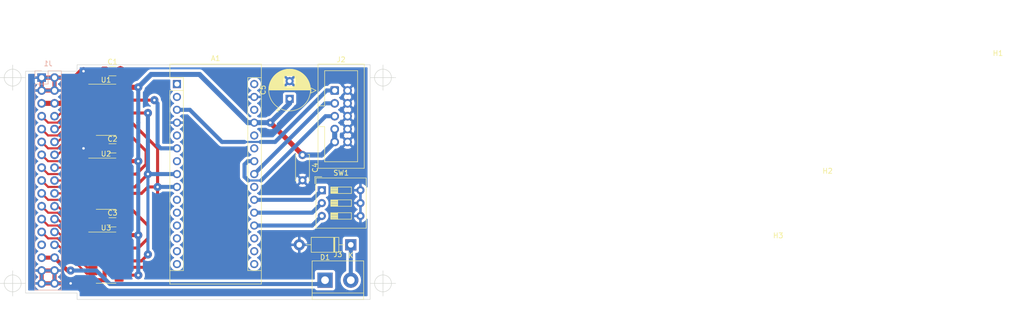
<source format=kicad_pcb>
(kicad_pcb (version 20211014) (generator pcbnew)
  (layers (0 "F.Cu" signal) (31 "B.Cu" signal) (34 "B.Paste" user) (35 "F.Paste" user) (36 "B.SilkS" user "B.Silkscreen") (37 "F.SilkS" user "F.Silkscreen") (38 "B.Mask" user) (39 "F.Mask" user) (44 "Edge.Cuts" user))
  (net 0 "")
  (net 5 "RESET")
  (net 6 "CFG-0")
  (net 7 "GND")
  (net 8 "CFG-1")
  (net 9 "ENABLE-X-1")
  (net 10 "CFG-2")
  (net 11 "ENABLE-X-2")
  (net 13 "ENABLE-X-3")
  (net 14 "SDA")
  (net 15 "ENABLE-X-4")
  (net 16 "SCL")
  (net 17 "ENABLE-X-5")
  (net 19 "ENABLE-X-6")
  (net 21 "ENABLE-X-7")
  (net 22 "Vin")
  (net 23 "ENABLE-X-8")
  (net 27 "A0-X")
  (net 28 "A1-X")
  (net 29 "A2-X")
  (net 30 "B0-X")
  (net 31 "B1-X")
  (net 32 "A0-Y")
  (net 33 "A1-Y")
  (net 34 "A2-Y")
  (net 35 "B0-Y")
  (net 36 "B1-Y")
  (net 38 "Net-(J1-Pad29)")
  (net 39 "DATA-X")
  (net 40 "ENABLE-Y-SET")
  (net 41 "ENABLE-Y-RESET")
  (net 42 "Net-(U1-Pad9)")
  (net 49 "Net-(U2-Pad9)")
  (net 52 "Net-(A1-Pad6)")
  (net 53 "Net-(A1-Pad8)")
  (net 54 "Net-(A1-Pad9)")
  (net 58 "Net-(D1-Pad1)")
  (footprint "Connector_IDC:IDC-Header_2x05_P2.54mm_Vertical" (layer "F.Cu") (at 108.585 68.58)
    (fp_text reference "J2" (at 1.27 -6.1) (layer "F.SilkS"))
    (fp_text value "I2C bus")
    (pad "1" thru_hole roundrect locked (at 0 0) (size 1.7 1.7) (drill 1) (layers *.Cu *.Mask) (roundrect_rratio 0.147059) (net 5 "RESET"))
    (pad "2" thru_hole circle locked (at 2.54 0) (size 1.7 1.7) (drill 1) (layers *.Cu *.Mask) (net 7 "GND"))
    (pad "3" thru_hole circle locked (at 0 2.54) (size 1.7 1.7) (drill 1) (layers *.Cu *.Mask) (net 14 "SDA"))
    (pad "4" thru_hole circle locked (at 2.54 2.54) (size 1.7 1.7) (drill 1) (layers *.Cu *.Mask) (net 7 "GND"))
    (pad "5" thru_hole circle locked (at 0 5.08) (size 1.7 1.7) (drill 1) (layers *.Cu *.Mask) (net 16 "SCL"))
    (pad "6" thru_hole circle locked (at 2.54 5.08) (size 1.7 1.7) (drill 1) (layers *.Cu *.Mask) (net 7 "GND"))
    (pad "7" thru_hole circle locked (at 0 7.62) (size 1.7 1.7) (drill 1) (layers *.Cu *.Mask) (net 22 "Vin"))
    (pad "8" thru_hole circle locked (at 2.54 7.62) (size 1.7 1.7) (drill 1) (layers *.Cu *.Mask) (net 7 "GND"))
    (pad "9" thru_hole circle locked (at 0 10.16) (size 1.7 1.7) (drill 1) (layers *.Cu *.Mask) (net 22 "Vin"))
    (pad "10" thru_hole circle locked (at 2.54 10.16) (size 1.7 1.7) (drill 1) (layers *.Cu *.Mask) (net 7 "GND"))
  )
  (footprint "Package_SO:SO-16_3.9x9.9mm_P1.27mm" (layer "F.Cu") (at 63.5 101.6)
    (fp_text reference "U3" (at 0 -5.9) (layer "F.SilkS"))
    (fp_text value "74HC595D")
    (pad "1" smd roundrect locked (at -2.575 -4.445) (size 1.75 0.6) (layers "F.Cu" "F.Paste" "F.Mask") (net 17 "ENABLE-X-5"))
    (pad "2" smd roundrect locked (at -2.575 -3.175) (size 1.75 0.6) (layers "F.Cu" "F.Paste" "F.Mask") (net 34 "A2-Y"))
    (pad "3" smd roundrect locked (at -2.575 -1.905) (size 1.75 0.6) (layers "F.Cu" "F.Paste" "F.Mask") (net 19 "ENABLE-X-6"))
    (pad "4" smd roundrect locked (at -2.575 -0.635) (size 1.75 0.6) (layers "F.Cu" "F.Paste" "F.Mask") (net 35 "B0-Y"))
    (pad "5" smd roundrect locked (at -2.575 0.635) (size 1.75 0.6) (layers "F.Cu" "F.Paste" "F.Mask") (net 21 "ENABLE-X-7"))
    (pad "6" smd roundrect locked (at -2.575 1.905) (size 1.75 0.6) (layers "F.Cu" "F.Paste" "F.Mask") (net 36 "B1-Y"))
    (pad "7" smd roundrect locked (at -2.575 3.175) (size 1.75 0.6) (layers "F.Cu" "F.Paste" "F.Mask") (net 23 "ENABLE-X-8"))
    (pad "8" smd roundrect locked (at -2.575 4.445) (size 1.75 0.6) (layers "F.Cu" "F.Paste" "F.Mask") (net 7 "GND"))
    (pad "9" smd roundrect locked (at 2.575 4.445) (size 1.75 0.6) (layers "F.Cu" "F.Paste" "F.Mask"))
    (pad "10" smd roundrect locked (at 2.575 3.175) (size 1.75 0.6) (layers "F.Cu" "F.Paste" "F.Mask") (net 22 "Vin"))
    (pad "11" smd roundrect locked (at 2.575 1.905) (size 1.75 0.6) (layers "F.Cu" "F.Paste" "F.Mask") (net 54 "Net-(A1-Pad9)"))
    (pad "12" smd roundrect locked (at 2.575 0.635) (size 1.75 0.6) (layers "F.Cu" "F.Paste" "F.Mask") (net 53 "Net-(A1-Pad8)"))
    (pad "13" smd roundrect locked (at 2.575 -0.635) (size 1.75 0.6) (layers "F.Cu" "F.Paste" "F.Mask") (net 7 "GND"))
    (pad "14" smd roundrect locked (at 2.575 -1.905) (size 1.75 0.6) (layers "F.Cu" "F.Paste" "F.Mask") (net 49 "Net-(U2-Pad9)"))
    (pad "15" smd roundrect locked (at 2.575 -3.175) (size 1.75 0.6) (layers "F.Cu" "F.Paste" "F.Mask"))
    (pad "16" smd roundrect locked (at 2.575 -4.445) (size 1.75 0.6) (layers "F.Cu" "F.Paste" "F.Mask") (net 22 "Vin"))
  )
  (footprint "MountingHole:MountingHole_3.2mm_M3" (layer "F.Cu") (at 239.37 65.43)
    (fp_text reference "H1" (at 0 -4.2) (layer "F.SilkS"))
    (fp_text value "MountingHole")
    (pad "" np_thru_hole circle locked (at 0 0) (size 3.2 3.2) (drill 3.2) (layers *.Cu *.Mask))
  )
  (footprint "MountingHole:MountingHole_3.2mm_M3" (layer "F.Cu") (at 196.04 101.44)
    (fp_text reference "H3" (at 0 -4.2) (layer "F.SilkS"))
    (fp_text value "MountingHole")
    (pad "" np_thru_hole circle locked (at 0 0) (size 3.2 3.2) (drill 3.2) (layers *.Cu *.Mask))
  )
  (footprint "Capacitor_SMD:C_1206_3216Metric_Pad1.33x1.80mm_HandSolder" (layer "F.Cu") (at 64.77 64.77)
    (fp_text reference "C1" (at 0 -1.85) (layer "F.SilkS"))
    (fp_text value "100n")
    (pad "1" smd roundrect locked (at -1.5625 0) (size 1.325 1.8) (layers "F.Cu" "F.Paste" "F.Mask") (roundrect_rratio 0.188679) (net 7 "GND"))
    (pad "2" smd roundrect locked (at 1.5625 0) (size 1.325 1.8) (layers "F.Cu" "F.Paste" "F.Mask") (roundrect_rratio 0.188679) (net 22 "Vin"))
  )
  (footprint "TerminalBlock:TerminalBlock_bornier-2_P5.08mm" (layer "F.Cu") (at 106.68 106.045)
    (fp_text reference "J3" (at 2.54 -5.08) (layer "F.SilkS"))
    (fp_text value "Power 24V")
    (pad "1" thru_hole rect locked (at 0 0) (size 3 3) (drill 1.52) (layers *.Cu *.Mask) (net 38 "Net-(J1-Pad29)"))
    (pad "2" thru_hole circle locked (at 5.08 0) (size 3 3) (drill 1.52) (layers *.Cu *.Mask) (net 58 "Net-(D1-Pad1)"))
  )
  (footprint "MountingHole:MountingHole_3.2mm_M3" (layer "F.Cu") (at 205.78 88.68)
    (fp_text reference "H2" (at 0 -4.2) (layer "F.SilkS"))
    (fp_text value "MountingHole")
    (pad "" np_thru_hole circle locked (at 0 0) (size 3.2 3.2) (drill 3.2) (layers *.Cu *.Mask))
  )
  (footprint "Capacitor_THT:C_Disc_D5.0mm_W2.5mm_P5.00mm" (layer "F.Cu") (at 102.235 81.32 -90)
    (fp_text reference "C4" (at 2.5 -2.5 90) (layer "F.SilkS"))
    (fp_text value "100n")
    (pad "1" thru_hole circle locked (at 0 0 270) (size 1.6 1.6) (drill 0.8) (layers *.Cu *.Mask) (net 22 "Vin"))
    (pad "2" thru_hole circle locked (at 5 0 270) (size 1.6 1.6) (drill 0.8) (layers *.Cu *.Mask) (net 7 "GND"))
  )
  (footprint "Capacitor_SMD:C_1206_3216Metric_Pad1.33x1.80mm_HandSolder" (layer "F.Cu") (at 64.77 80.01)
    (fp_text reference "C2" (at 0 -1.85) (layer "F.SilkS"))
    (fp_text value "100n")
    (pad "1" smd roundrect locked (at -1.5625 0) (size 1.325 1.8) (layers "F.Cu" "F.Paste" "F.Mask") (roundrect_rratio 0.188679) (net 7 "GND"))
    (pad "2" smd roundrect locked (at 1.5625 0) (size 1.325 1.8) (layers "F.Cu" "F.Paste" "F.Mask") (roundrect_rratio 0.188679) (net 22 "Vin"))
  )
  (footprint "Package_SO:SO-16_3.9x9.9mm_P1.27mm" (layer "F.Cu") (at 63.5 86.995)
    (fp_text reference "U2" (at 0 -5.9) (layer "F.SilkS"))
    (fp_text value "74HC595D")
    (pad "1" smd roundrect locked (at -2.575 -4.445) (size 1.75 0.6) (layers "F.Cu" "F.Paste" "F.Mask") (net 30 "B0-X"))
    (pad "2" smd roundrect locked (at -2.575 -3.175) (size 1.75 0.6) (layers "F.Cu" "F.Paste" "F.Mask") (net 11 "ENABLE-X-2"))
    (pad "3" smd roundrect locked (at -2.575 -1.905) (size 1.75 0.6) (layers "F.Cu" "F.Paste" "F.Mask") (net 31 "B1-X"))
    (pad "4" smd roundrect locked (at -2.575 -0.635) (size 1.75 0.6) (layers "F.Cu" "F.Paste" "F.Mask") (net 13 "ENABLE-X-3"))
    (pad "5" smd roundrect locked (at -2.575 0.635) (size 1.75 0.6) (layers "F.Cu" "F.Paste" "F.Mask") (net 32 "A0-Y"))
    (pad "6" smd roundrect locked (at -2.575 1.905) (size 1.75 0.6) (layers "F.Cu" "F.Paste" "F.Mask") (net 15 "ENABLE-X-4"))
    (pad "7" smd roundrect locked (at -2.575 3.175) (size 1.75 0.6) (layers "F.Cu" "F.Paste" "F.Mask") (net 33 "A1-Y"))
    (pad "8" smd roundrect locked (at -2.575 4.445) (size 1.75 0.6) (layers "F.Cu" "F.Paste" "F.Mask") (net 7 "GND"))
    (pad "9" smd roundrect locked (at 2.575 4.445) (size 1.75 0.6) (layers "F.Cu" "F.Paste" "F.Mask") (net 49 "Net-(U2-Pad9)"))
    (pad "10" smd roundrect locked (at 2.575 3.175) (size 1.75 0.6) (layers "F.Cu" "F.Paste" "F.Mask") (net 22 "Vin"))
    (pad "11" smd roundrect locked (at 2.575 1.905) (size 1.75 0.6) (layers "F.Cu" "F.Paste" "F.Mask") (net 54 "Net-(A1-Pad9)"))
    (pad "12" smd roundrect locked (at 2.575 0.635) (size 1.75 0.6) (layers "F.Cu" "F.Paste" "F.Mask") (net 53 "Net-(A1-Pad8)"))
    (pad "13" smd roundrect locked (at 2.575 -0.635) (size 1.75 0.6) (layers "F.Cu" "F.Paste" "F.Mask") (net 7 "GND"))
    (pad "14" smd roundrect locked (at 2.575 -1.905) (size 1.75 0.6) (layers "F.Cu" "F.Paste" "F.Mask") (net 42 "Net-(U1-Pad9)"))
    (pad "15" smd roundrect locked (at 2.575 -3.175) (size 1.75 0.6) (layers "F.Cu" "F.Paste" "F.Mask"))
    (pad "16" smd roundrect locked (at 2.575 -4.445) (size 1.75 0.6) (layers "F.Cu" "F.Paste" "F.Mask") (net 22 "Vin"))
  )
  (footprint "Capacitor_THT:CP_Radial_D8.0mm_P3.50mm" (layer "F.Cu") (at 99.695 70.232651 90)
    (fp_text reference "C5" (at 1.75 -5.25 90) (layer "F.SilkS"))
    (fp_text value "100uF")
    (pad "1" thru_hole rect locked (at 0 0 90) (size 1.6 1.6) (drill 0.8) (layers *.Cu *.Mask) (net 22 "Vin"))
    (pad "2" thru_hole circle locked (at 3.5 0 90) (size 1.6 1.6) (drill 0.8) (layers *.Cu *.Mask) (net 7 "GND"))
  )
  (footprint "Package_SO:SO-16_3.9x9.9mm_P1.27mm" (layer "F.Cu") (at 63.5 72.39)
    (fp_text reference "U1" (at 0 -5.9) (layer "F.SilkS"))
    (fp_text value "74HC595D")
    (pad "1" smd roundrect locked (at -2.575 -4.445) (size 1.75 0.6) (layers "F.Cu" "F.Paste" "F.Mask") (net 39 "DATA-X"))
    (pad "2" smd roundrect locked (at -2.575 -3.175) (size 1.75 0.6) (layers "F.Cu" "F.Paste" "F.Mask") (net 27 "A0-X"))
    (pad "3" smd roundrect locked (at -2.575 -1.905) (size 1.75 0.6) (layers "F.Cu" "F.Paste" "F.Mask") (net 40 "ENABLE-Y-SET"))
    (pad "4" smd roundrect locked (at -2.575 -0.635) (size 1.75 0.6) (layers "F.Cu" "F.Paste" "F.Mask") (net 28 "A1-X"))
    (pad "5" smd roundrect locked (at -2.575 0.635) (size 1.75 0.6) (layers "F.Cu" "F.Paste" "F.Mask") (net 41 "ENABLE-Y-RESET"))
    (pad "6" smd roundrect locked (at -2.575 1.905) (size 1.75 0.6) (layers "F.Cu" "F.Paste" "F.Mask") (net 29 "A2-X"))
    (pad "7" smd roundrect locked (at -2.575 3.175) (size 1.75 0.6) (layers "F.Cu" "F.Paste" "F.Mask") (net 9 "ENABLE-X-1"))
    (pad "8" smd roundrect locked (at -2.575 4.445) (size 1.75 0.6) (layers "F.Cu" "F.Paste" "F.Mask") (net 7 "GND"))
    (pad "9" smd roundrect locked (at 2.575 4.445) (size 1.75 0.6) (layers "F.Cu" "F.Paste" "F.Mask") (net 42 "Net-(U1-Pad9)"))
    (pad "10" smd roundrect locked (at 2.575 3.175) (size 1.75 0.6) (layers "F.Cu" "F.Paste" "F.Mask") (net 22 "Vin"))
    (pad "11" smd roundrect locked (at 2.575 1.905) (size 1.75 0.6) (layers "F.Cu" "F.Paste" "F.Mask") (net 54 "Net-(A1-Pad9)"))
    (pad "12" smd roundrect locked (at 2.575 0.635) (size 1.75 0.6) (layers "F.Cu" "F.Paste" "F.Mask") (net 53 "Net-(A1-Pad8)"))
    (pad "13" smd roundrect locked (at 2.575 -0.635) (size 1.75 0.6) (layers "F.Cu" "F.Paste" "F.Mask") (net 7 "GND"))
    (pad "14" smd roundrect locked (at 2.575 -1.905) (size 1.75 0.6) (layers "F.Cu" "F.Paste" "F.Mask") (net 52 "Net-(A1-Pad6)"))
    (pad "15" smd roundrect locked (at 2.575 -3.175) (size 1.75 0.6) (layers "F.Cu" "F.Paste" "F.Mask"))
    (pad "16" smd roundrect locked (at 2.575 -4.445) (size 1.75 0.6) (layers "F.Cu" "F.Paste" "F.Mask") (net 22 "Vin"))
  )
  (footprint "Capacitor_SMD:C_1206_3216Metric_Pad1.33x1.80mm_HandSolder" (layer "F.Cu") (at 64.77 94.615)
    (fp_text reference "C3" (at 0 -1.85) (layer "F.SilkS"))
    (fp_text value "100n")
    (pad "1" smd roundrect locked (at -1.5625 0) (size 1.325 1.8) (layers "F.Cu" "F.Paste" "F.Mask") (roundrect_rratio 0.188679) (net 7 "GND"))
    (pad "2" smd roundrect locked (at 1.5625 0) (size 1.325 1.8) (layers "F.Cu" "F.Paste" "F.Mask") (roundrect_rratio 0.188679) (net 22 "Vin"))
  )
  (footprint "Button_Switch_THT:SW_DIP_SPSTx03_Slide_9.78x9.8mm_W7.62mm_P2.54mm" (layer "F.Cu") (at 106.045 88.28)
    (fp_text reference "SW1" (at 3.81 -3.42) (layer "F.SilkS"))
    (fp_text value "SW_DIP_x03")
    (pad "1" thru_hole rect locked (at 0 0) (size 1.6 1.6) (drill 0.8) (layers *.Cu *.Mask) (net 10 "CFG-2"))
    (pad "2" thru_hole oval locked (at 0 2.54) (size 1.6 1.6) (drill 0.8) (layers *.Cu *.Mask) (net 8 "CFG-1"))
    (pad "3" thru_hole oval locked (at 0 5.08) (size 1.6 1.6) (drill 0.8) (layers *.Cu *.Mask) (net 6 "CFG-0"))
    (pad "4" thru_hole oval locked (at 7.62 5.08) (size 1.6 1.6) (drill 0.8) (layers *.Cu *.Mask) (net 7 "GND"))
    (pad "5" thru_hole oval locked (at 7.62 2.54) (size 1.6 1.6) (drill 0.8) (layers *.Cu *.Mask) (net 7 "GND"))
    (pad "6" thru_hole oval locked (at 7.62 0) (size 1.6 1.6) (drill 0.8) (layers *.Cu *.Mask) (net 7 "GND"))
  )
  (footprint "Diode_THT:D_DO-41_SOD81_P10.16mm_Horizontal" (layer "F.Cu") (at 111.76 99.06 180)
    (fp_text reference "D1" (at 5.08 -2.47) (layer "F.SilkS"))
    (fp_text value "1N5819")
    (fp_text user "K" (at 0 -2.1) (layer "F.SilkS"))
    (pad "1" thru_hole rect locked (at 0 0 180) (size 2.2 2.2) (drill 1.1) (layers *.Cu *.Mask) (net 58 "Net-(D1-Pad1)"))
    (pad "2" thru_hole oval locked (at 10.16 0 180) (size 2.2 2.2) (drill 1.1) (layers *.Cu *.Mask) (net 7 "GND"))
  )
  (footprint "Module:Arduino_Nano" (layer "F.Cu") (at 77.48 67.31)
    (fp_text reference "A1" (at 7.62 -5.08) (layer "F.SilkS"))
    (fp_text value "Arduino_Nano_v3.x")
    (pad "1" thru_hole rect locked (at 0 0) (size 1.6 1.6) (drill 1) (layers *.Cu *.Mask))
    (pad "2" thru_hole oval locked (at 0 2.54) (size 1.6 1.6) (drill 1) (layers *.Cu *.Mask))
    (pad "3" thru_hole oval locked (at 0 5.08) (size 1.6 1.6) (drill 1) (layers *.Cu *.Mask) (net 5 "RESET"))
    (pad "4" thru_hole oval locked (at 0 7.62) (size 1.6 1.6) (drill 1) (layers *.Cu *.Mask) (net 7 "GND"))
    (pad "5" thru_hole oval locked (at 0 10.16) (size 1.6 1.6) (drill 1) (layers *.Cu *.Mask))
    (pad "6" thru_hole oval locked (at 0 12.7) (size 1.6 1.6) (drill 1) (layers *.Cu *.Mask) (net 52 "Net-(A1-Pad6)"))
    (pad "7" thru_hole oval locked (at 0 15.24) (size 1.6 1.6) (drill 1) (layers *.Cu *.Mask))
    (pad "8" thru_hole oval locked (at 0 17.78) (size 1.6 1.6) (drill 1) (layers *.Cu *.Mask) (net 53 "Net-(A1-Pad8)"))
    (pad "9" thru_hole oval locked (at 0 20.32) (size 1.6 1.6) (drill 1) (layers *.Cu *.Mask) (net 54 "Net-(A1-Pad9)"))
    (pad "10" thru_hole oval locked (at 0 22.86) (size 1.6 1.6) (drill 1) (layers *.Cu *.Mask))
    (pad "11" thru_hole oval locked (at 0 25.4) (size 1.6 1.6) (drill 1) (layers *.Cu *.Mask))
    (pad "12" thru_hole oval locked (at 0 27.94) (size 1.6 1.6) (drill 1) (layers *.Cu *.Mask))
    (pad "13" thru_hole oval locked (at 0 30.48) (size 1.6 1.6) (drill 1) (layers *.Cu *.Mask))
    (pad "14" thru_hole oval locked (at 0 33.02) (size 1.6 1.6) (drill 1) (layers *.Cu *.Mask))
    (pad "15" thru_hole oval locked (at 0 35.56) (size 1.6 1.6) (drill 1) (layers *.Cu *.Mask))
    (pad "16" thru_hole oval locked (at 15.24 35.56) (size 1.6 1.6) (drill 1) (layers *.Cu *.Mask))
    (pad "17" thru_hole oval locked (at 15.24 33.02) (size 1.6 1.6) (drill 1) (layers *.Cu *.Mask))
    (pad "18" thru_hole oval locked (at 15.24 30.48) (size 1.6 1.6) (drill 1) (layers *.Cu *.Mask))
    (pad "19" thru_hole oval locked (at 15.24 27.94) (size 1.6 1.6) (drill 1) (layers *.Cu *.Mask) (net 6 "CFG-0"))
    (pad "20" thru_hole oval locked (at 15.24 25.4) (size 1.6 1.6) (drill 1) (layers *.Cu *.Mask) (net 8 "CFG-1"))
    (pad "21" thru_hole oval locked (at 15.24 22.86) (size 1.6 1.6) (drill 1) (layers *.Cu *.Mask) (net 10 "CFG-2"))
    (pad "22" thru_hole oval locked (at 15.24 20.32) (size 1.6 1.6) (drill 1) (layers *.Cu *.Mask))
    (pad "23" thru_hole oval locked (at 15.24 17.78) (size 1.6 1.6) (drill 1) (layers *.Cu *.Mask) (net 14 "SDA"))
    (pad "24" thru_hole oval locked (at 15.24 15.24) (size 1.6 1.6) (drill 1) (layers *.Cu *.Mask) (net 16 "SCL"))
    (pad "25" thru_hole oval locked (at 15.24 12.7) (size 1.6 1.6) (drill 1) (layers *.Cu *.Mask))
    (pad "26" thru_hole oval locked (at 15.24 10.16) (size 1.6 1.6) (drill 1) (layers *.Cu *.Mask))
    (pad "27" thru_hole oval locked (at 15.24 7.62) (size 1.6 1.6) (drill 1) (layers *.Cu *.Mask) (net 22 "Vin"))
    (pad "28" thru_hole oval locked (at 15.24 5.08) (size 1.6 1.6) (drill 1) (layers *.Cu *.Mask))
    (pad "29" thru_hole oval locked (at 15.24 2.54) (size 1.6 1.6) (drill 1) (layers *.Cu *.Mask) (net 7 "GND"))
    (pad "30" thru_hole oval locked (at 15.24 0) (size 1.6 1.6) (drill 1) (layers *.Cu *.Mask))
  )
  (footprint "Connector_PinSocket_2.54mm:PinSocket_2x17_P2.54mm_Vertical" (layer "B.Cu") (at 50.8 66.04 180)
    (fp_text reference "J1" (at -1.27 2.77) (layer "B.SilkS") (effects (justify mirror)))
    (fp_text value "FlipDot matrix")
    (pad "1" thru_hole rect locked (at 0 0 180) (size 1.7 1.7) (drill 1) (layers *.Cu *.Mask) (net 7 "GND"))
    (pad "2" thru_hole oval locked (at -2.54 0 180) (size 1.7 1.7) (drill 1) (layers *.Cu *.Mask) (net 7 "GND"))
    (pad "3" thru_hole oval locked (at 0 -2.54 180) (size 1.7 1.7) (drill 1) (layers *.Cu *.Mask) (net 7 "GND"))
    (pad "4" thru_hole oval locked (at -2.54 -2.54 180) (size 1.7 1.7) (drill 1) (layers *.Cu *.Mask) (net 7 "GND"))
    (pad "5" thru_hole oval locked (at 0 -5.08 180) (size 1.7 1.7) (drill 1) (layers *.Cu *.Mask) (net 22 "Vin"))
    (pad "6" thru_hole oval locked (at -2.54 -5.08 180) (size 1.7 1.7) (drill 1) (layers *.Cu *.Mask) (net 22 "Vin"))
    (pad "7" thru_hole oval locked (at 0 -7.62 180) (size 1.7 1.7) (drill 1) (layers *.Cu *.Mask) (net 27 "A0-X"))
    (pad "8" thru_hole oval locked (at -2.54 -7.62 180) (size 1.7 1.7) (drill 1) (layers *.Cu *.Mask) (net 39 "DATA-X"))
    (pad "9" thru_hole oval locked (at 0 -10.16 180) (size 1.7 1.7) (drill 1) (layers *.Cu *.Mask) (net 28 "A1-X"))
    (pad "10" thru_hole oval locked (at -2.54 -10.16 180) (size 1.7 1.7) (drill 1) (layers *.Cu *.Mask) (net 40 "ENABLE-Y-SET"))
    (pad "11" thru_hole oval locked (at 0 -12.7 180) (size 1.7 1.7) (drill 1) (layers *.Cu *.Mask) (net 29 "A2-X"))
    (pad "12" thru_hole oval locked (at -2.54 -12.7 180) (size 1.7 1.7) (drill 1) (layers *.Cu *.Mask) (net 41 "ENABLE-Y-RESET"))
    (pad "13" thru_hole oval locked (at 0 -15.24 180) (size 1.7 1.7) (drill 1) (layers *.Cu *.Mask) (net 30 "B0-X"))
    (pad "14" thru_hole oval locked (at -2.54 -15.24 180) (size 1.7 1.7) (drill 1) (layers *.Cu *.Mask) (net 9 "ENABLE-X-1"))
    (pad "15" thru_hole oval locked (at 0 -17.78 180) (size 1.7 1.7) (drill 1) (layers *.Cu *.Mask) (net 31 "B1-X"))
    (pad "16" thru_hole oval locked (at -2.54 -17.78 180) (size 1.7 1.7) (drill 1) (layers *.Cu *.Mask) (net 11 "ENABLE-X-2"))
    (pad "17" thru_hole oval locked (at 0 -20.32 180) (size 1.7 1.7) (drill 1) (layers *.Cu *.Mask) (net 32 "A0-Y"))
    (pad "18" thru_hole oval locked (at -2.54 -20.32 180) (size 1.7 1.7) (drill 1) (layers *.Cu *.Mask) (net 13 "ENABLE-X-3"))
    (pad "19" thru_hole oval locked (at 0 -22.86 180) (size 1.7 1.7) (drill 1) (layers *.Cu *.Mask) (net 33 "A1-Y"))
    (pad "20" thru_hole oval locked (at -2.54 -22.86 180) (size 1.7 1.7) (drill 1) (layers *.Cu *.Mask) (net 15 "ENABLE-X-4"))
    (pad "21" thru_hole oval locked (at 0 -25.4 180) (size 1.7 1.7) (drill 1) (layers *.Cu *.Mask) (net 34 "A2-Y"))
    (pad "22" thru_hole oval locked (at -2.54 -25.4 180) (size 1.7 1.7) (drill 1) (layers *.Cu *.Mask) (net 17 "ENABLE-X-5"))
    (pad "23" thru_hole oval locked (at 0 -27.94 180) (size 1.7 1.7) (drill 1) (layers *.Cu *.Mask) (net 35 "B0-Y"))
    (pad "24" thru_hole oval locked (at -2.54 -27.94 180) (size 1.7 1.7) (drill 1) (layers *.Cu *.Mask) (net 19 "ENABLE-X-6"))
    (pad "25" thru_hole oval locked (at 0 -30.48 180) (size 1.7 1.7) (drill 1) (layers *.Cu *.Mask) (net 36 "B1-Y"))
    (pad "26" thru_hole oval locked (at -2.54 -30.48 180) (size 1.7 1.7) (drill 1) (layers *.Cu *.Mask) (net 21 "ENABLE-X-7"))
    (pad "27" thru_hole oval locked (at 0 -33.02 180) (size 1.7 1.7) (drill 1) (layers *.Cu *.Mask))
    (pad "28" thru_hole oval locked (at -2.54 -33.02 180) (size 1.7 1.7) (drill 1) (layers *.Cu *.Mask) (net 23 "ENABLE-X-8"))
    (pad "29" thru_hole oval locked (at 0 -35.56 180) (size 1.7 1.7) (drill 1) (layers *.Cu *.Mask) (net 38 "Net-(J1-Pad29)"))
    (pad "30" thru_hole oval locked (at -2.54 -35.56 180) (size 1.7 1.7) (drill 1) (layers *.Cu *.Mask) (net 38 "Net-(J1-Pad29)"))
    (pad "31" thru_hole oval locked (at 0 -38.1 180) (size 1.7 1.7) (drill 1) (layers *.Cu *.Mask) (net 7 "GND"))
    (pad "32" thru_hole oval locked (at -2.54 -38.1 180) (size 1.7 1.7) (drill 1) (layers *.Cu *.Mask) (net 7 "GND"))
    (pad "33" thru_hole oval locked (at 0 -40.64 180) (size 1.7 1.7) (drill 1) (layers *.Cu *.Mask) (net 7 "GND"))
    (pad "34" thru_hole oval locked (at -2.54 -40.64 180) (size 1.7 1.7) (drill 1) (layers *.Cu *.Mask) (net 7 "GND"))
  )
  (gr_poly (pts (xy 115.57 109.855) (xy 57.785 109.855) (xy 57.785 108.585) (xy 47.625 108.585) (xy 47.625 64.77) (xy 57.785 64.77) (xy 57.785 63.5) (xy 115.57 63.5)) (layer "Edge.Cuts") (width 0.1) (fill none))
  (target plus (at 118.11 106.68) (size 5) (width 0.1) (layer "Edge.Cuts"))
  (target plus (at 118.11 66.04) (size 5) (width 0.1) (layer "Edge.Cuts"))
  (target plus (at 45.085 66.04) (size 5) (width 0.1) (layer "Edge.Cuts"))
  (target plus (at 45.085 106.68) (size 5) (width 0.1) (layer "Edge.Cuts"))
  (segment (start 106.9975 68.58) (end 108.585 68.58) (width 0.8) (layer "B.Cu") (net 5))
  (segment (start 93.98 78.74) (end 96.8375 78.74) (width 0.8) (layer "B.Cu") (net 5))
  (segment (start 96.8375 78.74) (end 106.9975 68.58) (width 0.8) (layer "B.Cu") (net 5))
  (segment (start 90.805 78.74) (end 93.98 78.74) (width 0.42) (layer "B.Cu") (net 5))
  (segment (start 86.36 78.74) (end 80.01 72.39) (width 0.8) (layer "B.Cu") (net 5))
  (segment (start 80.01 72.39) (end 77.48 72.39) (width 0.8) (layer "B.Cu") (net 5))
  (segment (start 90.805 78.74) (end 86.36 78.74) (width 0.8) (layer "B.Cu") (net 5))
  (segment (start 106.045 93.36) (end 106.03 93.36) (width 0.8) (layer "B.Cu") (net 6))
  (segment (start 104.14 95.25) (end 92.72 95.25) (width 0.8) (layer "B.Cu") (net 6))
  (segment (start 106.03 93.36) (end 104.14 95.25) (width 0.8) (layer "B.Cu") (net 6))
  (segment (start 63.2075 86.0675) (end 63.2075 91.1475) (width 0.8) (layer "F.Cu") (net 7))
  (segment (start 50.8 106.68) (end 53.34 106.68) (width 0.8) (layer "F.Cu") (net 7))
  (segment (start 59.055 64.77) (end 58.42 64.77) (width 0.8) (layer "F.Cu") (net 7))
  (segment (start 63.2075 80.01) (end 63.2075 76.4925) (width 0.8) (layer "F.Cu") (net 7))
  (segment (start 56.515 106.68) (end 59.055 106.68) (width 0.8) (layer "F.Cu") (net 7))
  (segment (start 66.075 100.965) (end 63.5 100.965) (width 0.8) (layer "F.Cu") (net 7))
  (segment (start 50.8 104.14) (end 53.34 104.14) (width 0.8) (layer "F.Cu") (net 7))
  (segment (start 59.69 106.045) (end 63.2075 106.045) (width 0.8) (layer "F.Cu") (net 7))
  (segment (start 63.2075 72.6825) (end 64.135 71.755) (width 0.8) (layer "F.Cu") (net 7))
  (segment (start 63.2075 91.1475) (end 63.2075 95.44) (width 0.8) (layer "F.Cu") (net 7))
  (segment (start 50.8 68.58) (end 53.34 68.58) (width 0.8) (layer "F.Cu") (net 7))
  (segment (start 66.075 86.36) (end 63.5 86.36) (width 0.8) (layer "F.Cu") (net 7))
  (segment (start 53.34 68.58) (end 53.34 66.04) (width 0.8) (layer "F.Cu") (net 7))
  (segment (start 63.2075 106.045) (end 63.2075 101.2575) (width 0.8) (layer "F.Cu") (net 7))
  (segment (start 57.15 66.04) (end 53.34 66.04) (width 0.8) (layer "F.Cu") (net 7))
  (segment (start 50.8 104.14) (end 50.8 106.68) (width 0.8) (layer "F.Cu") (net 7))
  (segment (start 63.2075 95.44) (end 63.2075 101.2575) (width 0.8) (layer "F.Cu") (net 7))
  (segment (start 64.135 71.755) (end 66.075 71.755) (width 0.8) (layer "F.Cu") (net 7))
  (segment (start 53.34 104.14) (end 53.34 106.68) (width 0.8) (layer "F.Cu") (net 7))
  (segment (start 60.925 91.44) (end 62.915 91.44) (width 0.8) (layer "F.Cu") (net 7))
  (segment (start 63.2075 76.4925) (end 63.2075 72.6825) (width 0.8) (layer "F.Cu") (net 7))
  (segment (start 63.2075 80.01) (end 63.2075 86.0675) (width 0.8) (layer "F.Cu") (net 7))
  (segment (start 63.5 100.965) (end 63.2075 101.2575) (width 0.42) (layer "F.Cu") (net 7))
  (segment (start 63.5 86.36) (end 63.2075 86.0675) (width 0.42) (layer "F.Cu") (net 7))
  (segment (start 63.2075 80.01) (end 59.055 80.01) (width 0.8) (layer "F.Cu") (net 7))
  (segment (start 60.925 76.835) (end 62.865 76.835) (width 0.8) (layer "F.Cu") (net 7))
  (segment (start 62.915 91.44) (end 63.2075 91.1475) (width 0.42) (layer "F.Cu") (net 7))
  (segment (start 58.42 64.77) (end 57.15 66.04) (width 0.8) (layer "F.Cu") (net 7))
  (segment (start 59.055 64.77) (end 63.2075 64.77) (width 0.8) (layer "F.Cu") (net 7))
  (segment (start 62.865 76.835) (end 63.2075 76.4925) (width 0.42) (layer "F.Cu") (net 7))
  (segment (start 50.8 66.04) (end 53.34 66.04) (width 0.8) (layer "F.Cu") (net 7))
  (segment (start 59.055 106.68) (end 59.69 106.045) (width 0.8) (layer "F.Cu") (net 7))
  (segment (start 56.515 106.68) (end 53.34 106.68) (width 0.8) (layer "F.Cu") (net 7))
  (segment (start 50.8 66.04) (end 50.8 68.58) (width 0.8) (layer "F.Cu") (net 7))
  (via (at 56.515 106.68) (size 1.6) (drill 0.5) (layers "F.Cu" "B.Cu") (net 7))
  (via (at 59.055 64.77) (size 1.6) (drill 0.5) (layers "F.Cu" "B.Cu") (net 7))
  (via (at 59.055 80.01) (size 1.6) (drill 0.5) (layers "F.Cu" "B.Cu") (net 7))
  (segment (start 104.155 92.71) (end 106.045 90.82) (width 0.8) (layer "B.Cu") (net 8))
  (segment (start 92.72 92.71) (end 104.155 92.71) (width 0.8) (layer "B.Cu") (net 8))
  (segment (start 53.34 81.28) (end 53.975 81.28) (width 0.42) (layer "F.Cu") (net 9))
  (segment (start 53.975 81.28) (end 59.69 75.565) (width 0.42) (layer "F.Cu") (net 9))
  (segment (start 59.69 75.565) (end 60.925 75.565) (width 0.42) (layer "F.Cu") (net 9))
  (segment (start 106.03 88.28) (end 106.045 88.28) (width 0.8) (layer "B.Cu") (net 10))
  (segment (start 92.72 90.17) (end 104.14 90.17) (width 0.8) (layer "B.Cu") (net 10))
  (segment (start 104.14 90.17) (end 106.03 88.28) (width 0.8) (layer "B.Cu") (net 10))
  (segment (start 53.34 83.82) (end 60.925 83.82) (width 0.42) (layer "F.Cu") (net 11))
  (segment (start 53.34 86.36) (end 60.925 86.36) (width 0.42) (layer "F.Cu") (net 13))
  (segment (start 106.68 71.12) (end 107.95 71.12) (width 0.8) (layer "B.Cu") (net 14))
  (segment (start 92.72 85.09) (end 92.72 85.08) (width 0.42) (layer "B.Cu") (net 14))
  (segment (start 92.72 85.08) (end 106.68 71.12) (width 0.8) (layer "B.Cu") (net 14))
  (segment (start 53.34 88.9) (end 60.925 88.9) (width 0.42) (layer "F.Cu") (net 15))
  (segment (start 92.72 82.55) (end 92.075 82.55) (width 0.6) (layer "B.Cu") (net 16))
  (segment (start 91.542246 86.36) (end 94.080489 86.36) (width 0.42) (layer "B.Cu") (net 16))
  (segment (start 106.780489 73.66) (end 107.95 73.66) (width 0.8) (layer "B.Cu") (net 16))
  (segment (start 90.805 83.185) (end 90.805 85.622754) (width 0.8) (layer "B.Cu") (net 16))
  (segment (start 92.075 82.55) (end 91.44 82.55) (width 0.8) (layer "B.Cu") (net 16))
  (segment (start 94.080489 86.36) (end 106.780489 73.66) (width 0.8) (layer "B.Cu") (net 16))
  (segment (start 91.44 82.55) (end 90.805 83.185) (width 0.8) (layer "B.Cu") (net 16))
  (segment (start 90.805 85.622754) (end 91.542246 86.36) (width 0.8) (layer "B.Cu") (net 16))
  (segment (start 53.34 91.44) (end 53.975 91.44) (width 0.42) (layer "F.Cu") (net 17))
  (segment (start 59.69 97.155) (end 60.925 97.155) (width 0.42) (layer "F.Cu") (net 17))
  (segment (start 53.975 91.44) (end 59.69 97.155) (width 0.42) (layer "F.Cu") (net 17))
  (segment (start 59.69 99.695) (end 60.925 99.695) (width 0.42) (layer "F.Cu") (net 19))
  (segment (start 53.34 93.98) (end 53.975 93.98) (width 0.42) (layer "F.Cu") (net 19))
  (segment (start 53.975 93.98) (end 59.69 99.695) (width 0.42) (layer "F.Cu") (net 19))
  (segment (start 53.975 96.52) (end 59.69 102.235) (width 0.42) (layer "F.Cu") (net 21))
  (segment (start 53.34 96.52) (end 53.975 96.52) (width 0.42) (layer "F.Cu") (net 21))
  (segment (start 59.69 102.235) (end 60.925 102.235) (width 0.42) (layer "F.Cu") (net 21))
  (segment (start 67.945 104.775) (end 66.075 104.775) (width 0.6) (layer "F.Cu") (net 22))
  (segment (start 66.3325 66.3825) (end 66.3325 67.6875) (width 1) (layer "F.Cu") (net 22))
  (segment (start 66.3325 94.615) (end 66.3325 94.2725) (width 0.42) (layer "F.Cu") (net 22))
  (segment (start 66.3325 80.01) (end 66.3325 82.2925) (width 0.8) (layer "F.Cu") (net 22))
  (segment (start 68.231272 105.061272) (end 67.945 104.775) (width 0.6) (layer "F.Cu") (net 22))
  (segment (start 54.61 71.12) (end 59.055 66.675) (width 1) (layer "F.Cu") (net 22))
  (segment (start 66.075 82.55) (end 69.85 82.55) (width 0.8) (layer "F.Cu") (net 22))
  (segment (start 53.34 71.12) (end 54.61 71.12) (width 1) (layer "F.Cu") (net 22))
  (segment (start 66.075 97.155) (end 69.85 97.155) (width 0.8) (layer "F.Cu") (net 22))
  (segment (start 95.885 74.93) (end 102.235 81.28) (width 1) (layer "F.Cu") (net 22))
  (segment (start 59.055 66.675) (end 66.04 66.675) (width 1) (layer "F.Cu") (net 22))
  (segment (start 66.3325 66.3825) (end 66.3325 64.135) (width 0.8) (layer "F.Cu") (net 22))
  (segment (start 66.3325 94.2725) (end 64.445763 92.385763) (width 0.6) (layer "F.Cu") (net 22))
  (segment (start 66.3325 94.615) (end 66.3325 96.8975) (width 0.8) (layer "F.Cu") (net 22))
  (segment (start 50.8 71.12) (end 53.34 71.12) (width 1) (layer "F.Cu") (net 22))
  (segment (start 64.365423 78.335423) (end 64.365423 75.969577) (width 0.6) (layer "F.Cu") (net 22))
  (segment (start 64.445763 90.494237) (end 64.77 90.17) (width 0.6) (layer "F.Cu") (net 22))
  (segment (start 66.3325 82.2925) (end 66.075 82.55) (width 0.42) (layer "F.Cu") (net 22))
  (segment (start 66.3325 67.6875) (end 66.075 67.945) (width 0.42) (layer "F.Cu") (net 22))
  (segment (start 66.3325 80.01) (end 66.04 80.01) (width 0.42) (layer "F.Cu") (net 22))
  (segment (start 66.04 80.01) (end 64.365423 78.335423) (width 0.6) (layer "F.Cu") (net 22))
  (segment (start 64.445763 92.385763) (end 64.445763 90.494237) (width 0.6) (layer "F.Cu") (net 22))
  (segment (start 64.77 90.17) (end 66.075 90.17) (width 0.6) (layer "F.Cu") (net 22))
  (segment (start 64.77 75.565) (end 65.405 75.565) (width 0.6) (layer "F.Cu") (net 22))
  (segment (start 66.3325 96.8975) (end 66.075 97.155) (width 0.42) (layer "F.Cu") (net 22))
  (segment (start 69.85 67.945) (end 66.075 67.945) (width 1) (layer "F.Cu") (net 22))
  (segment (start 64.365423 75.969577) (end 64.77 75.565) (width 0.6) (layer "F.Cu") (net 22))
  (segment (start 69.86305 105.061272) (end 68.231272 105.061272) (width 0.6) (layer "F.Cu") (net 22))
  (segment (start 66.04 66.675) (end 66.3325 66.3825) (width 1) (layer "F.Cu") (net 22))
  (via (at 69.86305 105.061272) (size 1.6) (drill 0.5) (layers "F.Cu" "B.Cu") (net 22))
  (via (at 69.85 97.155) (size 1.6) (drill 0.5) (layers "F.Cu" "B.Cu") (net 22))
  (via (at 69.85 67.945) (size 1.6) (drill 0.5) (layers "F.Cu" "B.Cu") (net 22))
  (via (at 95.885 74.93) (size 1.6) (drill 0.5) (layers "F.Cu" "B.Cu") (net 22))
  (via (at 69.85 82.55) (size 1.6) (drill 0.5) (layers "F.Cu" "B.Cu") (net 22))
  (segment (start 99.695 71.12) (end 99.695 70.232651) (width 0.8) (layer "B.Cu") (net 22))
  (segment (start 69.85 105.048222) (end 69.86305 105.061272) (width 0.8) (layer "B.Cu") (net 22))
  (segment (start 69.85 74.93) (end 69.85 82.55) (width 0.8) (layer "B.Cu") (net 22))
  (segment (start 69.85 67.945) (end 72.39 65.405) (width 1) (layer "B.Cu") (net 22))
  (segment (start 91.44 74.93) (end 92.72 74.93) (width 1) (layer "B.Cu") (net 22))
  (segment (start 95.885 74.93) (end 99.695 71.12) (width 1) (layer "B.Cu") (net 22))
  (segment (start 72.39 65.405) (end 81.915 65.405) (width 1) (layer "B.Cu") (net 22))
  (segment (start 69.85 67.945) (end 69.85 74.93) (width 0.8) (layer "B.Cu") (net 22))
  (segment (start 69.85 82.55) (end 69.85 97.155) (width 0.8) (layer "B.Cu") (net 22))
  (segment (start 92.72 74.93) (end 95.885 74.93) (width 1) (layer "B.Cu") (net 22))
  (segment (start 108.585 76.2) (end 108.585 78.74) (width 1) (layer "B.Cu") (net 22))
  (segment (start 69.85 97.155) (end 69.85 105.048222) (width 0.8) (layer "B.Cu") (net 22))
  (segment (start 106.005 81.32) (end 102.235 81.32) (width 1) (layer "B.Cu") (net 22))
  (segment (start 81.915 65.405) (end 91.44 74.93) (width 1) (layer "B.Cu") (net 22))
  (segment (start 108.585 78.74) (end 106.005 81.32) (width 1) (layer "B.Cu") (net 22))
  (segment (start 53.975 99.06) (end 59.69 104.775) (width 0.42) (layer "F.Cu") (net 23))
  (segment (start 53.34 99.06) (end 53.975 99.06) (width 0.42) (layer "F.Cu") (net 23))
  (segment (start 59.69 104.775) (end 60.925 104.775) (width 0.42) (layer "F.Cu") (net 23))
  (segment (start 53.985489 74.919511) (end 59.69 69.215) (width 0.42) (layer "F.Cu") (net 27))
  (segment (start 52.059511 74.919511) (end 53.985489 74.919511) (width 0.42) (layer "F.Cu") (net 27))
  (segment (start 50.8 73.66) (end 52.059511 74.919511) (width 0.42) (layer "F.Cu") (net 27))
  (segment (start 59.69 69.215) (end 61.3075 69.215) (width 0.42) (layer "F.Cu") (net 27))
  (segment (start 59.69 71.755) (end 60.925 71.755) (width 0.42) (layer "F.Cu") (net 28))
  (segment (start 52.059511 77.459511) (end 53.985489 77.459511) (width 0.42) (layer "F.Cu") (net 28))
  (segment (start 53.985489 77.459511) (end 59.69 71.755) (width 0.42) (layer "F.Cu") (net 28))
  (segment (start 50.8 76.2) (end 52.059511 77.459511) (width 0.42) (layer "F.Cu") (net 28))
  (segment (start 52.07 80.01) (end 53.975 80.01) (width 0.42) (layer "F.Cu") (net 29))
  (segment (start 59.69 74.295) (end 60.925 74.295) (width 0.42) (layer "F.Cu") (net 29))
  (segment (start 53.975 80.01) (end 59.69 74.295) (width 0.42) (layer "F.Cu") (net 29))
  (segment (start 50.8 78.74) (end 52.07 80.01) (width 0.42) (layer "F.Cu") (net 29))
  (segment (start 52.07 82.55) (end 60.925 82.55) (width 0.42) (layer "F.Cu") (net 30))
  (segment (start 50.8 81.28) (end 52.07 82.55) (width 0.42) (layer "F.Cu") (net 30))
  (segment (start 50.8 83.82) (end 52.07 85.09) (width 0.42) (layer "F.Cu") (net 31))
  (segment (start 52.07 85.09) (end 60.925 85.09) (width 0.42) (layer "F.Cu") (net 31))
  (segment (start 50.8 86.36) (end 52.07 87.63) (width 0.42) (layer "F.Cu") (net 32))
  (segment (start 52.07 87.63) (end 60.925 87.63) (width 0.42) (layer "F.Cu") (net 32))
  (segment (start 50.8 88.9) (end 52.07 90.17) (width 0.42) (layer "F.Cu") (net 33))
  (segment (start 52.07 90.17) (end 60.925 90.17) (width 0.42) (layer "F.Cu") (net 33))
  (segment (start 50.8 91.44) (end 52.080489 92.720489) (width 0.42) (layer "F.Cu") (net 34))
  (segment (start 59.69 98.425) (end 60.925 98.425) (width 0.42) (layer "F.Cu") (net 34))
  (segment (start 53.964511 92.720489) (end 53.975 92.71) (width 0.42) (layer "F.Cu") (net 34))
  (segment (start 53.975 92.71) (end 59.69 98.425) (width 0.42) (layer "F.Cu") (net 34))
  (segment (start 52.080489 92.720489) (end 53.964511 92.720489) (width 0.42) (layer "F.Cu") (net 34))
  (segment (start 53.975 95.25) (end 59.69 100.965) (width 0.42) (layer "F.Cu") (net 35))
  (segment (start 52.07 95.25) (end 53.975 95.25) (width 0.42) (layer "F.Cu") (net 35))
  (segment (start 50.8 93.98) (end 52.07 95.25) (width 0.42) (layer "F.Cu") (net 35))
  (segment (start 59.69 100.965) (end 60.925 100.965) (width 0.42) (layer "F.Cu") (net 35))
  (segment (start 52.07 97.79) (end 53.975 97.79) (width 0.42) (layer "F.Cu") (net 36))
  (segment (start 59.69 103.505) (end 60.925 103.505) (width 0.42) (layer "F.Cu") (net 36))
  (segment (start 50.8 96.52) (end 52.07 97.79) (width 0.42) (layer "F.Cu") (net 36))
  (segment (start 53.975 97.79) (end 59.69 103.505) (width 0.42) (layer "F.Cu") (net 36))
  (segment (start 55.88 104.14) (end 56.515 104.14) (width 0.42) (layer "F.Cu") (net 38))
  (segment (start 50.8 101.6) (end 53.34 101.6) (width 0.8) (layer "F.Cu") (net 38))
  (segment (start 53.34 101.6) (end 55.88 104.14) (width 0.8) (layer "F.Cu") (net 38))
  (via (at 56.515 104.14) (size 1.6) (drill 0.5) (layers "F.Cu" "B.Cu") (net 38))
  (segment (start 64.264511 106.809511) (end 61.595 104.14) (width 0.8) (layer "B.Cu") (net 38))
  (segment (start 105.41 106.68) (end 105.280489 106.809511) (width 0.8) (layer "B.Cu") (net 38))
  (segment (start 61.595 104.14) (end 56.515 104.14) (width 0.8) (layer "B.Cu") (net 38))
  (segment (start 105.280489 106.809511) (end 64.264511 106.809511) (width 0.8) (layer "B.Cu") (net 38))
  (segment (start 105.41 106.68) (end 106.045 106.68) (width 0.42) (layer "B.Cu") (net 38))
  (segment (start 53.975 73.66) (end 59.69 67.945) (width 0.42) (layer "F.Cu") (net 39))
  (segment (start 59.69 67.945) (end 61.3075 67.945) (width 0.42) (layer "F.Cu") (net 39))
  (segment (start 53.34 73.66) (end 53.975 73.66) (width 0.42) (layer "F.Cu") (net 39))
  (segment (start 53.34 76.2) (end 53.975 76.2) (width 0.42) (layer "F.Cu") (net 40))
  (segment (start 59.69 70.485) (end 61.3075 70.485) (width 0.42) (layer "F.Cu") (net 40))
  (segment (start 53.975 76.2) (end 59.69 70.485) (width 0.42) (layer "F.Cu") (net 40))
  (segment (start 59.69 73.025) (end 60.925 73.025) (width 0.42) (layer "F.Cu") (net 41))
  (segment (start 53.975 78.74) (end 59.69 73.025) (width 0.42) (layer "F.Cu") (net 41))
  (segment (start 53.34 78.74) (end 53.975 78.74) (width 0.42) (layer "F.Cu") (net 41))
  (segment (start 71.388307 83.158051) (end 71.388307 80.541358) (width 0.6) (layer "F.Cu") (net 42))
  (segment (start 69.456358 85.09) (end 71.388307 83.158051) (width 0.6) (layer "F.Cu") (net 42))
  (segment (start 66.075 85.09) (end 69.456358 85.09) (width 0.6) (layer "F.Cu") (net 42))
  (segment (start 67.681949 76.835) (end 66.075 76.835) (width 0.6) (layer "F.Cu") (net 42))
  (segment (start 71.388307 80.541358) (end 67.681949 76.835) (width 0.6) (layer "F.Cu") (net 42))
  (segment (start 71.755 97.79) (end 69.85 99.695) (width 0.6) (layer "F.Cu") (net 49))
  (segment (start 71.755 95.25) (end 71.755 97.79) (width 0.6) (layer "F.Cu") (net 49))
  (segment (start 69.85 99.695) (end 66.075 99.695) (width 0.6) (layer "F.Cu") (net 49))
  (segment (start 66.075 91.44) (end 67.945 91.44) (width 0.6) (layer "F.Cu") (net 49))
  (segment (start 67.945 91.44) (end 71.755 95.25) (width 0.6) (layer "F.Cu") (net 49))
  (segment (start 66.075 70.485) (end 73.025 70.485) (width 0.6) (layer "F.Cu") (net 52))
  (via (at 73.025 70.485) (size 1.6) (drill 0.5) (layers "F.Cu" "B.Cu") (net 52))
  (segment (start 74.295 80.01) (end 73.66 79.375) (width 0.8) (layer "B.Cu") (net 52))
  (segment (start 73.66 79.375) (end 73.66 71.12) (width 0.8) (layer "B.Cu") (net 52))
  (segment (start 77.48 80.01) (end 74.295 80.01) (width 0.8) (layer "B.Cu") (net 52))
  (segment (start 73.66 71.12) (end 73.025 70.485) (width 0.42) (layer "B.Cu") (net 52))
  (segment (start 66.075 73.025) (end 71.755 73.025) (width 0.6) (layer "F.Cu") (net 53))
  (segment (start 70.485 102.235) (end 66.075 102.235) (width 0.6) (layer "F.Cu") (net 53))
  (segment (start 71.755 100.965) (end 70.485 102.235) (width 0.6) (layer "F.Cu") (net 53))
  (segment (start 69.215 87.63) (end 66.075 87.63) (width 0.6) (layer "F.Cu") (net 53))
  (segment (start 71.755 85.09) (end 69.215 87.63) (width 0.6) (layer "F.Cu") (net 53))
  (via (at 71.755 73.025) (size 1.6) (drill 0.5) (layers "F.Cu" "B.Cu") (net 53))
  (via (at 71.755 100.965) (size 1.6) (drill 0.5) (layers "F.Cu" "B.Cu") (net 53))
  (via (at 71.755 85.09) (size 1.6) (drill 0.5) (layers "F.Cu" "B.Cu") (net 53))
  (segment (start 71.755 85.09) (end 77.48 85.09) (width 0.8) (layer "B.Cu") (net 53))
  (segment (start 71.755 73.025) (end 71.755 85.09) (width 0.8) (layer "B.Cu") (net 53))
  (segment (start 71.755 85.09) (end 71.755 100.965) (width 0.6) (layer "B.Cu") (net 53))
  (segment (start 71.755 87.63) (end 73.66 87.63) (width 0.6) (layer "F.Cu") (net 54))
  (segment (start 67.945 74.295) (end 66.075 74.295) (width 0.6) (layer "F.Cu") (net 54))
  (segment (start 73.66 80.01) (end 67.945 74.295) (width 0.6) (layer "F.Cu") (net 54))
  (segment (start 73.66 101.6) (end 71.755 103.505) (width 0.6) (layer "F.Cu") (net 54))
  (segment (start 70.485 88.9) (end 71.755 87.63) (width 0.6) (layer "F.Cu") (net 54))
  (segment (start 73.66 87.63) (end 73.66 80.01) (width 0.6) (layer "F.Cu") (net 54))
  (segment (start 66.075 88.9) (end 70.485 88.9) (width 0.6) (layer "F.Cu") (net 54))
  (segment (start 73.66 87.63) (end 73.66 101.6) (width 0.6) (layer "F.Cu") (net 54))
  (segment (start 71.755 103.505) (end 66.075 103.505) (width 0.6) (layer "F.Cu") (net 54))
  (via (at 73.66 87.63) (size 1.6) (drill 0.5) (layers "F.Cu" "B.Cu") (net 54))
  (segment (start 73.66 87.63) (end 77.47 87.63) (width 0.8) (layer "B.Cu") (net 54))
  (segment (start 111.76 106.045) (end 111.76 99.06) (width 0.8) (layer "B.Cu") (net 58))
  (zone (net 7) (net_name "GND") (layer "B.Cu") (connect_pads (clearance 0.508)) (min_thickness 0.254) (fill yes (thermal_gap 0.508) (thermal_bridge_width 0.508))
    (polygon (pts (xy 115.57 109.22) (xy 47.625 109.22) (xy 47.625 63.5) (xy 115.57 63.5)))
  )
)
</source>
